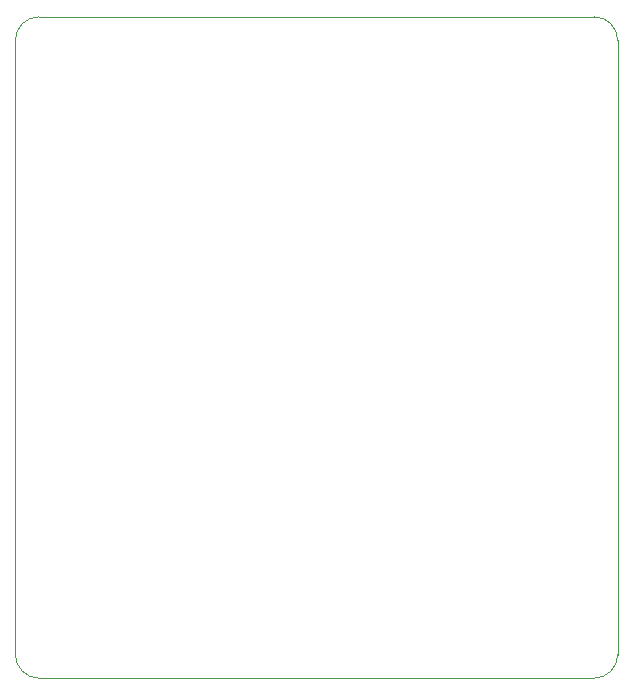
<source format=gbr>
G04 #@! TF.GenerationSoftware,KiCad,Pcbnew,5.1.5-52549c5~86~ubuntu18.04.1*
G04 #@! TF.CreationDate,2020-05-03T22:10:49-04:00*
G04 #@! TF.ProjectId,lna-filt,6c6e612d-6669-46c7-942e-6b696361645f,rev?*
G04 #@! TF.SameCoordinates,Original*
G04 #@! TF.FileFunction,Profile,NP*
%FSLAX46Y46*%
G04 Gerber Fmt 4.6, Leading zero omitted, Abs format (unit mm)*
G04 Created by KiCad (PCBNEW 5.1.5-52549c5~86~ubuntu18.04.1) date 2020-05-03 22:10:49*
%MOMM*%
%LPD*%
G04 APERTURE LIST*
%ADD10C,0.050000*%
G04 APERTURE END LIST*
D10*
X82000000Y-30000000D02*
G75*
G02X84000000Y-28000000I2000000J0D01*
G01*
X131000000Y-28000000D02*
G75*
G02X133000000Y-30000000I0J-2000000D01*
G01*
X133000000Y-82000000D02*
G75*
G02X131000000Y-84000000I-2000000J0D01*
G01*
X84000000Y-84000000D02*
G75*
G02X82000000Y-82000000I0J2000000D01*
G01*
X82000000Y-30000000D02*
X82000000Y-82000000D01*
X131000000Y-28000000D02*
X84000000Y-28000000D01*
X133000000Y-82000000D02*
X133000000Y-30000000D01*
X84000000Y-84000000D02*
X131000000Y-84000000D01*
M02*

</source>
